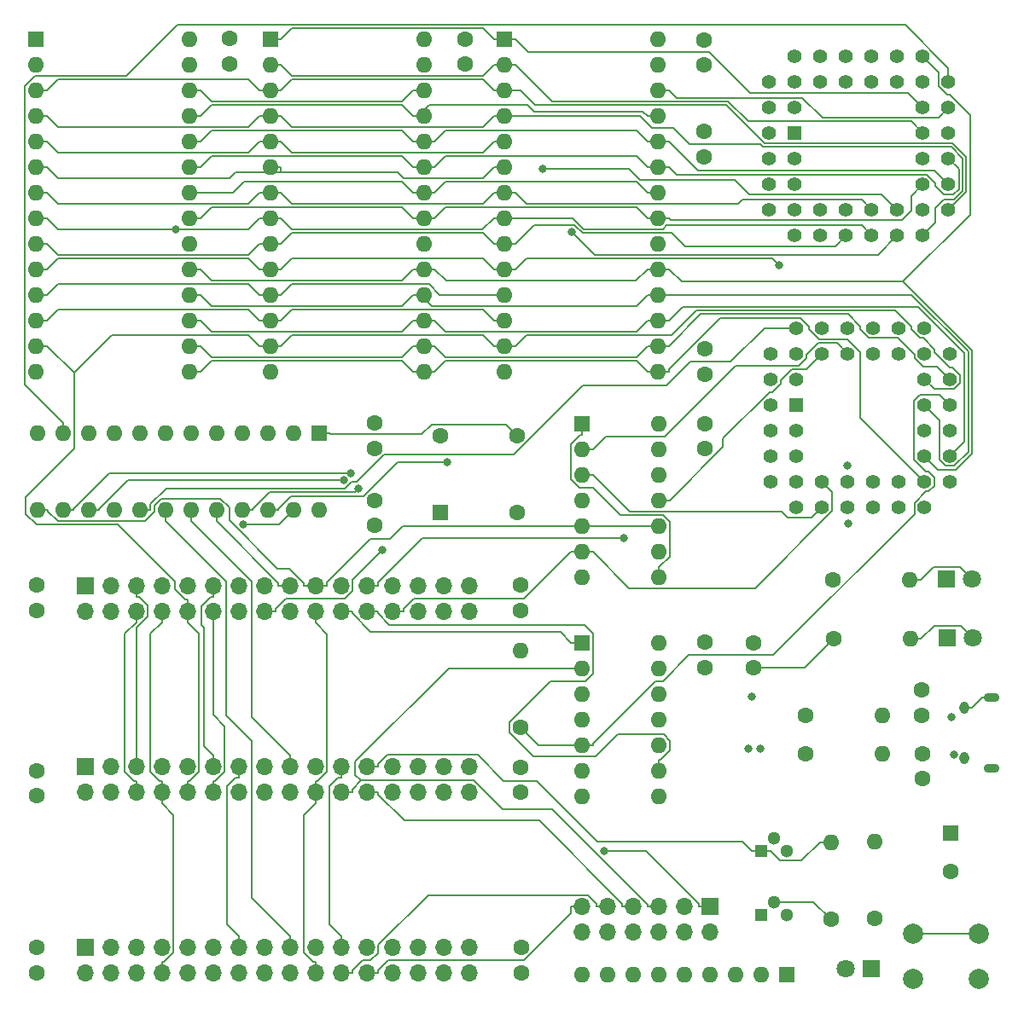
<source format=gbr>
%TF.GenerationSoftware,KiCad,Pcbnew,(5.1.9-0-10_14)*%
%TF.CreationDate,2021-09-07T13:10:11+02:00*%
%TF.ProjectId,n8 bit special,6e382062-6974-4207-9370-656369616c2e,2*%
%TF.SameCoordinates,Original*%
%TF.FileFunction,Copper,L4,Bot*%
%TF.FilePolarity,Positive*%
%FSLAX46Y46*%
G04 Gerber Fmt 4.6, Leading zero omitted, Abs format (unit mm)*
G04 Created by KiCad (PCBNEW (5.1.9-0-10_14)) date 2021-09-07 13:10:11*
%MOMM*%
%LPD*%
G01*
G04 APERTURE LIST*
%TA.AperFunction,ComponentPad*%
%ADD10C,1.600000*%
%TD*%
%TA.AperFunction,ComponentPad*%
%ADD11O,1.600000X1.600000*%
%TD*%
%TA.AperFunction,ComponentPad*%
%ADD12R,1.600000X1.600000*%
%TD*%
%TA.AperFunction,ComponentPad*%
%ADD13O,1.700000X1.700000*%
%TD*%
%TA.AperFunction,ComponentPad*%
%ADD14R,1.700000X1.700000*%
%TD*%
%TA.AperFunction,ComponentPad*%
%ADD15C,1.422400*%
%TD*%
%TA.AperFunction,ComponentPad*%
%ADD16R,1.422400X1.422400*%
%TD*%
%TA.AperFunction,ComponentPad*%
%ADD17C,1.800000*%
%TD*%
%TA.AperFunction,ComponentPad*%
%ADD18R,1.800000X1.800000*%
%TD*%
%TA.AperFunction,ComponentPad*%
%ADD19R,1.300000X1.300000*%
%TD*%
%TA.AperFunction,ComponentPad*%
%ADD20C,1.300000*%
%TD*%
%TA.AperFunction,ComponentPad*%
%ADD21O,1.550000X0.890000*%
%TD*%
%TA.AperFunction,ComponentPad*%
%ADD22O,0.950000X1.250000*%
%TD*%
%TA.AperFunction,ComponentPad*%
%ADD23C,2.000000*%
%TD*%
%TA.AperFunction,ViaPad*%
%ADD24C,0.800000*%
%TD*%
%TA.AperFunction,Conductor*%
%ADD25C,0.154000*%
%TD*%
G04 APERTURE END LIST*
D10*
%TO.P,C20,2*%
%TO.N,GND*%
X178562000Y-108003000D03*
%TO.P,C20,1*%
%TO.N,USB_D+*%
X178562000Y-110503000D03*
%TD*%
%TO.P,C19,2*%
%TO.N,GND*%
X178587000Y-116825000D03*
%TO.P,C19,1*%
%TO.N,USB_D-*%
X178587000Y-114325000D03*
%TD*%
%TO.P,C9,2*%
%TO.N,GND*%
X157048000Y-105789000D03*
%TO.P,C9,1*%
%TO.N,+5V*%
X157048000Y-103289000D03*
%TD*%
D11*
%TO.P,U10,14*%
%TO.N,+5V*%
X152451000Y-81559400D03*
%TO.P,U10,7*%
%TO.N,GND*%
X144831000Y-96799400D03*
%TO.P,U10,13*%
%TO.N,~RES*%
X152451000Y-84099400D03*
%TO.P,U10,6*%
%TO.N,~READ*%
X144831000Y-94259400D03*
%TO.P,U10,12*%
%TO.N,~RES*%
X152451000Y-86639400D03*
%TO.P,U10,5*%
%TO.N,R~W*%
X144831000Y-91719400D03*
%TO.P,U10,11*%
%TO.N,UART_RES*%
X152451000Y-89179400D03*
%TO.P,U10,4*%
%TO.N,CLK*%
X144831000Y-89179400D03*
%TO.P,U10,10*%
%TO.N,R~W*%
X152451000Y-91719400D03*
%TO.P,U10,3*%
%TO.N,~WRITE*%
X144831000Y-86639400D03*
%TO.P,U10,9*%
%TO.N,R~W*%
X152451000Y-94259400D03*
%TO.P,U10,2*%
%TO.N,CLK*%
X144831000Y-84099400D03*
%TO.P,U10,8*%
%TO.N,Net-(U10-Pad1)*%
X152451000Y-96799400D03*
D12*
%TO.P,U10,1*%
X144831000Y-81559400D03*
%TD*%
D11*
%TO.P,R2,2*%
%TO.N,+5V*%
X138735000Y-104059000D03*
D10*
%TO.P,R2,1*%
%TO.N,~UART_IRQ*%
X138735000Y-111679000D03*
%TD*%
D13*
%TO.P,J6,12*%
%TO.N,Net-(J6-Pad12)*%
X144869000Y-132029000D03*
%TO.P,J6,11*%
%TO.N,PORT2_NMI_PULLUP*%
X144869000Y-129489000D03*
%TO.P,J6,10*%
%TO.N,Net-(J6-Pad10)*%
X147409000Y-132029000D03*
%TO.P,J6,9*%
%TO.N,PORT2_IRQ_PULLUP*%
X147409000Y-129489000D03*
%TO.P,J6,8*%
%TO.N,Net-(J6-Pad8)*%
X149949000Y-132029000D03*
%TO.P,J6,7*%
%TO.N,PORT1_NMI_PULLUP*%
X149949000Y-129489000D03*
%TO.P,J6,6*%
%TO.N,Net-(J6-Pad6)*%
X152489000Y-132029000D03*
%TO.P,J6,5*%
%TO.N,PORT1_IRQ_PULLUP*%
X152489000Y-129489000D03*
%TO.P,J6,4*%
%TO.N,Net-(J6-Pad4)*%
X155029000Y-132029000D03*
%TO.P,J6,3*%
%TO.N,PORT0_NMI_PULLUP*%
X155029000Y-129489000D03*
%TO.P,J6,2*%
%TO.N,Net-(J6-Pad2)*%
X157569000Y-132029000D03*
D14*
%TO.P,J6,1*%
%TO.N,PORT0_IRQ_PULLUP*%
X157569000Y-129489000D03*
%TD*%
D15*
%TO.P,U8,39*%
%TO.N,~UART_CS*%
X166116000Y-72059800D03*
%TO.P,U8,37*%
%TO.N,Net-(U8-Pad37)*%
X168656000Y-72059800D03*
%TO.P,U8,35*%
%TO.N,RxD*%
X171196000Y-72059800D03*
%TO.P,U8,33*%
%TO.N,TxD*%
X173736000Y-72059800D03*
%TO.P,U8,31*%
%TO.N,Net-(U8-Pad31)*%
X176276000Y-72059800D03*
%TO.P,U8,40*%
%TO.N,Net-(U8-Pad40)*%
X163576000Y-74599800D03*
%TO.P,U8,38*%
%TO.N,UART_RES*%
X168656000Y-74599800D03*
%TO.P,U8,36*%
%TO.N,CLK*%
X171196000Y-74599800D03*
%TO.P,U8,34*%
%TO.N,Net-(U8-Pad34)*%
X173736000Y-74599800D03*
%TO.P,U8,32*%
%TO.N,~RTS*%
X176276000Y-74599800D03*
%TO.P,U8,30*%
%TO.N,Net-(U8-Pad30)*%
X178816000Y-74599800D03*
%TO.P,U8,28*%
%TO.N,/D0*%
X181356000Y-74599800D03*
%TO.P,U8,26*%
%TO.N,/D4*%
X181356000Y-77139800D03*
%TO.P,U8,24*%
%TO.N,~UART_IRQ*%
X181356000Y-79679800D03*
%TO.P,U8,22*%
%TO.N,GND*%
X181356000Y-82219800D03*
%TO.P,U8,20*%
%TO.N,/D5*%
X181356000Y-84759800D03*
%TO.P,U8,18*%
%TO.N,/D1*%
X181356000Y-87299800D03*
%TO.P,U8,29*%
%TO.N,Net-(U8-Pad29)*%
X178816000Y-72059800D03*
%TO.P,U8,27*%
%TO.N,/D2*%
X178816000Y-77139800D03*
%TO.P,U8,25*%
%TO.N,/D6*%
X178816000Y-79679800D03*
%TO.P,U8,23*%
%TO.N,Net-(U8-Pad23)*%
X178816000Y-82219800D03*
%TO.P,U8,21*%
%TO.N,/D7*%
X178816000Y-84759800D03*
%TO.P,U8,19*%
%TO.N,/D3*%
X178816000Y-87299800D03*
%TO.P,U8,17*%
%TO.N,Net-(U8-Pad17)*%
X178816000Y-89839800D03*
%TO.P,U8,15*%
%TO.N,Net-(U8-Pad15)*%
X176276000Y-89839800D03*
%TO.P,U8,13*%
%TO.N,Net-(U8-Pad13)*%
X173736000Y-89839800D03*
%TO.P,U8,11*%
%TO.N,Net-(U8-Pad11)*%
X171196000Y-89839800D03*
%TO.P,U8,9*%
%TO.N,~WRITE*%
X168656000Y-89839800D03*
%TO.P,U8,7*%
%TO.N,/A3*%
X166116000Y-89839800D03*
%TO.P,U8,16*%
%TO.N,Net-(U8-Pad16)*%
X176276000Y-87299800D03*
%TO.P,U8,14*%
%TO.N,Net-(U8-Pad14)*%
X173736000Y-87299800D03*
%TO.P,U8,12*%
%TO.N,+5V*%
X171196000Y-87299800D03*
%TO.P,U8,10*%
%TO.N,~READ*%
X168656000Y-87299800D03*
%TO.P,U8,8*%
%TO.N,~CTS*%
X166116000Y-87299800D03*
%TO.P,U8,42*%
%TO.N,Net-(U8-Pad42)*%
X163576000Y-77139800D03*
%TO.P,U8,44*%
%TO.N,+5V*%
X163576000Y-79679800D03*
%TO.P,U8,6*%
%TO.N,/A2*%
X163576000Y-87299800D03*
%TO.P,U8,4*%
%TO.N,/A1*%
X163576000Y-84759800D03*
%TO.P,U8,2*%
%TO.N,/A0*%
X163576000Y-82219800D03*
%TO.P,U8,41*%
%TO.N,Net-(U8-Pad41)*%
X166116000Y-74599800D03*
%TO.P,U8,43*%
%TO.N,Net-(U8-Pad43)*%
X166116000Y-77139800D03*
%TO.P,U8,5*%
%TO.N,Net-(U8-Pad5)*%
X166116000Y-84759800D03*
%TO.P,U8,3*%
%TO.N,Net-(U8-Pad3)*%
X166116000Y-82219800D03*
D16*
%TO.P,U8,1*%
%TO.N,Net-(U8-Pad1)*%
X166116000Y-79679800D03*
%TD*%
D11*
%TO.P,R8,2*%
%TO.N,USB_D+*%
X174612000Y-110503000D03*
D10*
%TO.P,R8,1*%
%TO.N,/F_USB_D+*%
X166992000Y-110503000D03*
%TD*%
D11*
%TO.P,R7,2*%
%TO.N,USB_D-*%
X174625000Y-114325000D03*
D10*
%TO.P,R7,1*%
%TO.N,/F_USB_D-*%
X167005000Y-114325000D03*
%TD*%
D11*
%TO.P,R6,2*%
%TO.N,Net-(D3-Pad2)*%
X177399000Y-97038200D03*
D10*
%TO.P,R6,1*%
%TO.N,+3V3*%
X169779000Y-97038200D03*
%TD*%
D11*
%TO.P,R5,2*%
%TO.N,Net-(D2-Pad2)*%
X177409000Y-102941000D03*
D10*
%TO.P,R5,1*%
%TO.N,+3V3*%
X169789000Y-102941000D03*
%TD*%
D17*
%TO.P,D3,2*%
%TO.N,Net-(D3-Pad2)*%
X183566000Y-96977200D03*
D18*
%TO.P,D3,1*%
%TO.N,Net-(D3-Pad1)*%
X181026000Y-96977200D03*
%TD*%
D17*
%TO.P,D2,2*%
%TO.N,Net-(D2-Pad2)*%
X183592000Y-102819000D03*
D18*
%TO.P,D2,1*%
%TO.N,Net-(D2-Pad1)*%
X181052000Y-102819000D03*
%TD*%
D10*
%TO.P,C18,2*%
%TO.N,GND*%
X161844000Y-103327000D03*
%TO.P,C18,1*%
%TO.N,+3V3*%
X161844000Y-105827000D03*
%TD*%
%TO.P,C17,2*%
%TO.N,GND*%
X157036000Y-74157200D03*
%TO.P,C17,1*%
%TO.N,+5V*%
X157036000Y-76657200D03*
%TD*%
D15*
%TO.P,U1,39*%
%TO.N,Net-(U1-Pad39)*%
X165964000Y-45110400D03*
%TO.P,U1,37*%
%TO.N,+5V*%
X168504000Y-45110400D03*
%TO.P,U1,35*%
%TO.N,/D1*%
X171044000Y-45110400D03*
%TO.P,U1,33*%
%TO.N,/D3*%
X173584000Y-45110400D03*
%TO.P,U1,31*%
%TO.N,/D5*%
X176124000Y-45110400D03*
%TO.P,U1,40*%
%TO.N,BE_PULLUP*%
X163424000Y-47650400D03*
%TO.P,U1,38*%
%TO.N,R~W*%
X168504000Y-47650400D03*
%TO.P,U1,36*%
%TO.N,/D0*%
X171044000Y-47650400D03*
%TO.P,U1,34*%
%TO.N,/D2*%
X173584000Y-47650400D03*
%TO.P,U1,32*%
%TO.N,/D4*%
X176124000Y-47650400D03*
%TO.P,U1,30*%
%TO.N,/D6*%
X178664000Y-47650400D03*
%TO.P,U1,28*%
%TO.N,/A15*%
X181204000Y-47650400D03*
%TO.P,U1,26*%
%TO.N,/A13*%
X181204000Y-50190400D03*
%TO.P,U1,24*%
%TO.N,GND*%
X181204000Y-52730400D03*
%TO.P,U1,22*%
%TO.N,/A11*%
X181204000Y-55270400D03*
%TO.P,U1,20*%
%TO.N,/A9*%
X181204000Y-57810400D03*
%TO.P,U1,18*%
%TO.N,/A7*%
X181204000Y-60350400D03*
%TO.P,U1,29*%
%TO.N,/D7*%
X178664000Y-45110400D03*
%TO.P,U1,27*%
%TO.N,/A14*%
X178664000Y-50190400D03*
%TO.P,U1,25*%
%TO.N,/A12*%
X178664000Y-52730400D03*
%TO.P,U1,23*%
%TO.N,GND*%
X178664000Y-55270400D03*
%TO.P,U1,21*%
%TO.N,/A10*%
X178664000Y-57810400D03*
%TO.P,U1,19*%
%TO.N,/A8*%
X178664000Y-60350400D03*
%TO.P,U1,17*%
%TO.N,/A6*%
X178664000Y-62890400D03*
%TO.P,U1,15*%
%TO.N,/A4*%
X176124000Y-62890400D03*
%TO.P,U1,13*%
%TO.N,/A2*%
X173584000Y-62890400D03*
%TO.P,U1,11*%
%TO.N,/A1*%
X171044000Y-62890400D03*
%TO.P,U1,9*%
%TO.N,+5V*%
X168504000Y-62890400D03*
%TO.P,U1,7*%
%TO.N,~NMI*%
X165964000Y-62890400D03*
%TO.P,U1,16*%
%TO.N,/A5*%
X176124000Y-60350400D03*
%TO.P,U1,14*%
%TO.N,/A3*%
X173584000Y-60350400D03*
%TO.P,U1,12*%
%TO.N,Net-(U1-Pad12)*%
X171044000Y-60350400D03*
%TO.P,U1,10*%
%TO.N,/A0*%
X168504000Y-60350400D03*
%TO.P,U1,8*%
%TO.N,Net-(U1-Pad8)*%
X165964000Y-60350400D03*
%TO.P,U1,42*%
%TO.N,+5V*%
X163424000Y-50190400D03*
%TO.P,U1,44*%
%TO.N,~RES*%
X163424000Y-52730400D03*
%TO.P,U1,6*%
%TO.N,Net-(U1-Pad6)*%
X163424000Y-60350400D03*
%TO.P,U1,4*%
%TO.N,Net-(U1-Pad4)*%
X163424000Y-57810400D03*
%TO.P,U1,2*%
%TO.N,Net-(U1-Pad2)*%
X163424000Y-55270400D03*
%TO.P,U1,41*%
%TO.N,CLK*%
X165964000Y-47650400D03*
%TO.P,U1,43*%
%TO.N,Net-(U1-Pad43)*%
X165964000Y-50190400D03*
%TO.P,U1,5*%
%TO.N,~IRQ*%
X165964000Y-57810400D03*
%TO.P,U1,3*%
%TO.N,RDY_PULLUP*%
X165964000Y-55270400D03*
D16*
%TO.P,U1,1*%
%TO.N,GND*%
X165964000Y-52730400D03*
%TD*%
D19*
%TO.P,Q1,1*%
%TO.N,Net-(D1-Pad2)*%
X162611000Y-130315000D03*
D20*
%TO.P,Q1,3*%
%TO.N,+5V*%
X165151000Y-130315000D03*
%TO.P,Q1,2*%
%TO.N,Net-(Q1-Pad2)*%
X163881000Y-129045000D03*
%TD*%
D11*
%TO.P,R4,2*%
%TO.N,~RES*%
X169532000Y-123126000D03*
D10*
%TO.P,R4,1*%
%TO.N,Net-(Q1-Pad2)*%
X169532000Y-130746000D03*
%TD*%
%TO.P,C16,2*%
%TO.N,+5V*%
X124244000Y-81497800D03*
%TO.P,C16,1*%
%TO.N,GND*%
X124244000Y-83997800D03*
%TD*%
%TO.P,X1,4*%
%TO.N,GND*%
X138405000Y-90373200D03*
%TO.P,X1,5*%
%TO.N,CLK*%
X138405000Y-82753200D03*
%TO.P,X1,8*%
%TO.N,+5V*%
X130785000Y-82753200D03*
D12*
%TO.P,X1,1*%
%TO.N,Net-(X1-Pad1)*%
X130785000Y-90373200D03*
%TD*%
D21*
%TO.P,J1,6*%
%TO.N,Net-(J1-Pad6)*%
X185513000Y-108742000D03*
X185513000Y-115742000D03*
D22*
X182813000Y-109742000D03*
X182813000Y-114742000D03*
%TD*%
D10*
%TO.P,C2,2*%
%TO.N,GND*%
X181381400Y-126050200D03*
D12*
%TO.P,C2,1*%
%TO.N,+5V*%
X181381400Y-122250200D03*
%TD*%
D10*
%TO.P,C1,1*%
%TO.N,GND*%
X157036000Y-84048600D03*
%TO.P,C1,2*%
%TO.N,+5V*%
X157036000Y-81548600D03*
%TD*%
%TO.P,C3,2*%
%TO.N,+5V*%
X90723700Y-133563000D03*
%TO.P,C3,1*%
%TO.N,GND*%
X90723700Y-136063000D03*
%TD*%
%TO.P,C4,2*%
%TO.N,GND*%
X138803000Y-133568000D03*
%TO.P,C4,1*%
%TO.N,+5V*%
X138803000Y-136068000D03*
%TD*%
%TO.P,C7,2*%
%TO.N,+5V*%
X90723700Y-116016000D03*
%TO.P,C7,1*%
%TO.N,GND*%
X90723700Y-118516000D03*
%TD*%
%TO.P,C8,1*%
%TO.N,+5V*%
X138770000Y-118161000D03*
%TO.P,C8,2*%
%TO.N,GND*%
X138770000Y-115661000D03*
%TD*%
%TO.P,C5,2*%
%TO.N,+5V*%
X90723700Y-97601000D03*
%TO.P,C5,1*%
%TO.N,GND*%
X90723700Y-100101000D03*
%TD*%
%TO.P,C6,1*%
%TO.N,+5V*%
X138719000Y-100101000D03*
%TO.P,C6,2*%
%TO.N,GND*%
X138719000Y-97601000D03*
%TD*%
%TO.P,C11,2*%
%TO.N,GND*%
X156972000Y-52541800D03*
%TO.P,C11,1*%
%TO.N,+5V*%
X156972000Y-55041800D03*
%TD*%
%TO.P,C12,1*%
%TO.N,+5V*%
X156947000Y-43459400D03*
%TO.P,C12,2*%
%TO.N,GND*%
X156947000Y-45959400D03*
%TD*%
%TO.P,C13,1*%
%TO.N,+5V*%
X133223000Y-43370500D03*
%TO.P,C13,2*%
%TO.N,GND*%
X133223000Y-45870500D03*
%TD*%
%TO.P,C14,1*%
%TO.N,+5V*%
X109918000Y-43307000D03*
%TO.P,C14,2*%
%TO.N,GND*%
X109918000Y-45807000D03*
%TD*%
D18*
%TO.P,D1,1*%
%TO.N,Net-(D1-Pad1)*%
X173533000Y-135712000D03*
D17*
%TO.P,D1,2*%
%TO.N,Net-(D1-Pad2)*%
X170993000Y-135712000D03*
%TD*%
D14*
%TO.P,J2,1*%
%TO.N,+5V*%
X95539600Y-97637600D03*
D13*
%TO.P,J2,2*%
X95539600Y-100177600D03*
%TO.P,J2,3*%
%TO.N,GND*%
X98079600Y-97637600D03*
%TO.P,J2,4*%
X98079600Y-100177600D03*
%TO.P,J2,5*%
%TO.N,/A0*%
X100619600Y-97637600D03*
%TO.P,J2,6*%
%TO.N,/D0*%
X100619600Y-100177600D03*
%TO.P,J2,7*%
%TO.N,/A1*%
X103159600Y-97637600D03*
%TO.P,J2,8*%
%TO.N,/D1*%
X103159600Y-100177600D03*
%TO.P,J2,9*%
%TO.N,/A2*%
X105699600Y-97637600D03*
%TO.P,J2,10*%
%TO.N,/D2*%
X105699600Y-100177600D03*
%TO.P,J2,11*%
%TO.N,/A3*%
X108239600Y-97637600D03*
%TO.P,J2,12*%
%TO.N,/D3*%
X108239600Y-100177600D03*
%TO.P,J2,13*%
%TO.N,/A4*%
X110779600Y-97637600D03*
%TO.P,J2,14*%
%TO.N,/D4*%
X110779600Y-100177600D03*
%TO.P,J2,15*%
%TO.N,/A5*%
X113319600Y-97637600D03*
%TO.P,J2,16*%
%TO.N,/D5*%
X113319600Y-100177600D03*
%TO.P,J2,17*%
%TO.N,~PORT0_CS*%
X115859600Y-97637600D03*
%TO.P,J2,18*%
%TO.N,/D6*%
X115859600Y-100177600D03*
%TO.P,J2,19*%
%TO.N,R~W*%
X118399600Y-97637600D03*
%TO.P,J2,20*%
%TO.N,/D7*%
X118399600Y-100177600D03*
%TO.P,J2,21*%
%TO.N,CLK*%
X120939600Y-97637600D03*
%TO.P,J2,22*%
%TO.N,PORT0_IRQ_PULLUP*%
X120939600Y-100177600D03*
%TO.P,J2,23*%
%TO.N,~RES*%
X123479600Y-97637600D03*
%TO.P,J2,24*%
%TO.N,PORT0_NMI_PULLUP*%
X123479600Y-100177600D03*
%TO.P,J2,25*%
%TO.N,FUTURE0*%
X126019600Y-97637600D03*
%TO.P,J2,26*%
%TO.N,~READ*%
X126019600Y-100177600D03*
%TO.P,J2,27*%
%TO.N,FUTURE1*%
X128559600Y-97637600D03*
%TO.P,J2,28*%
%TO.N,~WRITE*%
X128559600Y-100177600D03*
%TO.P,J2,29*%
%TO.N,+5V*%
X131099600Y-97637600D03*
%TO.P,J2,30*%
X131099600Y-100177600D03*
%TO.P,J2,31*%
%TO.N,GND*%
X133639600Y-97637600D03*
%TO.P,J2,32*%
X133639600Y-100177600D03*
%TD*%
D14*
%TO.P,J3,1*%
%TO.N,+5V*%
X95541800Y-133560000D03*
D13*
%TO.P,J3,2*%
X95541800Y-136100000D03*
%TO.P,J3,3*%
%TO.N,GND*%
X98081800Y-133560000D03*
%TO.P,J3,4*%
X98081800Y-136100000D03*
%TO.P,J3,5*%
%TO.N,/A0*%
X100621800Y-133560000D03*
%TO.P,J3,6*%
%TO.N,/D0*%
X100621800Y-136100000D03*
%TO.P,J3,7*%
%TO.N,/A1*%
X103161800Y-133560000D03*
%TO.P,J3,8*%
%TO.N,/D1*%
X103161800Y-136100000D03*
%TO.P,J3,9*%
%TO.N,/A2*%
X105701800Y-133560000D03*
%TO.P,J3,10*%
%TO.N,/D2*%
X105701800Y-136100000D03*
%TO.P,J3,11*%
%TO.N,/A3*%
X108241800Y-133560000D03*
%TO.P,J3,12*%
%TO.N,/D3*%
X108241800Y-136100000D03*
%TO.P,J3,13*%
%TO.N,/A4*%
X110781800Y-133560000D03*
%TO.P,J3,14*%
%TO.N,/D4*%
X110781800Y-136100000D03*
%TO.P,J3,15*%
%TO.N,/A5*%
X113321800Y-133560000D03*
%TO.P,J3,16*%
%TO.N,/D5*%
X113321800Y-136100000D03*
%TO.P,J3,17*%
%TO.N,~PORT2_CS*%
X115861800Y-133560000D03*
%TO.P,J3,18*%
%TO.N,/D6*%
X115861800Y-136100000D03*
%TO.P,J3,19*%
%TO.N,R~W*%
X118401800Y-133560000D03*
%TO.P,J3,20*%
%TO.N,/D7*%
X118401800Y-136100000D03*
%TO.P,J3,21*%
%TO.N,CLK*%
X120941800Y-133560000D03*
%TO.P,J3,22*%
%TO.N,PORT2_IRQ_PULLUP*%
X120941800Y-136100000D03*
%TO.P,J3,23*%
%TO.N,~RES*%
X123481800Y-133560000D03*
%TO.P,J3,24*%
%TO.N,PORT2_NMI_PULLUP*%
X123481800Y-136100000D03*
%TO.P,J3,25*%
%TO.N,FUTURE0*%
X126021800Y-133560000D03*
%TO.P,J3,26*%
%TO.N,~READ*%
X126021800Y-136100000D03*
%TO.P,J3,27*%
%TO.N,FUTURE1*%
X128561800Y-133560000D03*
%TO.P,J3,28*%
%TO.N,~WRITE*%
X128561800Y-136100000D03*
%TO.P,J3,29*%
%TO.N,+5V*%
X131101800Y-133560000D03*
%TO.P,J3,30*%
X131101800Y-136100000D03*
%TO.P,J3,31*%
%TO.N,GND*%
X133641800Y-133560000D03*
%TO.P,J3,32*%
X133641800Y-136100000D03*
%TD*%
%TO.P,J4,32*%
%TO.N,GND*%
X133639600Y-118143000D03*
%TO.P,J4,31*%
X133639600Y-115603000D03*
%TO.P,J4,30*%
%TO.N,+5V*%
X131099600Y-118143000D03*
%TO.P,J4,29*%
X131099600Y-115603000D03*
%TO.P,J4,28*%
%TO.N,~WRITE*%
X128559600Y-118143000D03*
%TO.P,J4,27*%
%TO.N,FUTURE1*%
X128559600Y-115603000D03*
%TO.P,J4,26*%
%TO.N,~READ*%
X126019600Y-118143000D03*
%TO.P,J4,25*%
%TO.N,FUTURE0*%
X126019600Y-115603000D03*
%TO.P,J4,24*%
%TO.N,PORT1_NMI_PULLUP*%
X123479600Y-118143000D03*
%TO.P,J4,23*%
%TO.N,~RES*%
X123479600Y-115603000D03*
%TO.P,J4,22*%
%TO.N,PORT1_IRQ_PULLUP*%
X120939600Y-118143000D03*
%TO.P,J4,21*%
%TO.N,CLK*%
X120939600Y-115603000D03*
%TO.P,J4,20*%
%TO.N,/D7*%
X118399600Y-118143000D03*
%TO.P,J4,19*%
%TO.N,R~W*%
X118399600Y-115603000D03*
%TO.P,J4,18*%
%TO.N,/D6*%
X115859600Y-118143000D03*
%TO.P,J4,17*%
%TO.N,~PORT1_CS*%
X115859600Y-115603000D03*
%TO.P,J4,16*%
%TO.N,/D5*%
X113319600Y-118143000D03*
%TO.P,J4,15*%
%TO.N,/A5*%
X113319600Y-115603000D03*
%TO.P,J4,14*%
%TO.N,/D4*%
X110779600Y-118143000D03*
%TO.P,J4,13*%
%TO.N,/A4*%
X110779600Y-115603000D03*
%TO.P,J4,12*%
%TO.N,/D3*%
X108239600Y-118143000D03*
%TO.P,J4,11*%
%TO.N,/A3*%
X108239600Y-115603000D03*
%TO.P,J4,10*%
%TO.N,/D2*%
X105699600Y-118143000D03*
%TO.P,J4,9*%
%TO.N,/A2*%
X105699600Y-115603000D03*
%TO.P,J4,8*%
%TO.N,/D1*%
X103159600Y-118143000D03*
%TO.P,J4,7*%
%TO.N,/A1*%
X103159600Y-115603000D03*
%TO.P,J4,6*%
%TO.N,/D0*%
X100619600Y-118143000D03*
%TO.P,J4,5*%
%TO.N,/A0*%
X100619600Y-115603000D03*
%TO.P,J4,4*%
%TO.N,GND*%
X98079600Y-118143000D03*
%TO.P,J4,3*%
X98079600Y-115603000D03*
%TO.P,J4,2*%
%TO.N,+5V*%
X95539600Y-118143000D03*
D14*
%TO.P,J4,1*%
X95539600Y-115603000D03*
%TD*%
D10*
%TO.P,R1,1*%
%TO.N,Net-(D1-Pad1)*%
X173888000Y-130696000D03*
D11*
%TO.P,R1,2*%
%TO.N,GND*%
X173888000Y-123076000D03*
%TD*%
D12*
%TO.P,RN1,1*%
%TO.N,+5V*%
X165176000Y-136233000D03*
D11*
%TO.P,RN1,2*%
%TO.N,RDY_PULLUP*%
X162636000Y-136233000D03*
%TO.P,RN1,3*%
%TO.N,BE_PULLUP*%
X160096000Y-136233000D03*
%TO.P,RN1,4*%
%TO.N,Net-(J6-Pad2)*%
X157556000Y-136233000D03*
%TO.P,RN1,5*%
%TO.N,Net-(J6-Pad4)*%
X155016000Y-136233000D03*
%TO.P,RN1,6*%
%TO.N,Net-(J6-Pad6)*%
X152476000Y-136233000D03*
%TO.P,RN1,7*%
%TO.N,Net-(J6-Pad8)*%
X149936000Y-136233000D03*
%TO.P,RN1,8*%
%TO.N,Net-(J6-Pad10)*%
X147396000Y-136233000D03*
%TO.P,RN1,9*%
%TO.N,Net-(J6-Pad12)*%
X144856000Y-136233000D03*
%TD*%
D20*
%TO.P,U7,2*%
%TO.N,+5V*%
X163881000Y-122758000D03*
%TO.P,U7,3*%
%TO.N,GND*%
X165151000Y-124028000D03*
D19*
%TO.P,U7,1*%
%TO.N,~RES*%
X162611000Y-124028000D03*
%TD*%
D12*
%TO.P,U6,1*%
%TO.N,CLK*%
X118745000Y-82537300D03*
D11*
%TO.P,U6,13*%
%TO.N,R~W*%
X90805000Y-90157300D03*
%TO.P,U6,2*%
%TO.N,/A6*%
X116205000Y-82537300D03*
%TO.P,U6,14*%
%TO.N,FUTURE1*%
X93345000Y-90157300D03*
%TO.P,U6,3*%
%TO.N,/A7*%
X113665000Y-82537300D03*
%TO.P,U6,15*%
%TO.N,FUTURE0*%
X95885000Y-90157300D03*
%TO.P,U6,4*%
%TO.N,/A8*%
X111125000Y-82537300D03*
%TO.P,U6,16*%
%TO.N,Net-(U6-Pad16)*%
X98425000Y-90157300D03*
%TO.P,U6,5*%
%TO.N,/A9*%
X108585000Y-82537300D03*
%TO.P,U6,17*%
%TO.N,~UART_CS*%
X100965000Y-90157300D03*
%TO.P,U6,6*%
%TO.N,/A10*%
X106045000Y-82537300D03*
%TO.P,U6,18*%
%TO.N,~PORT2_CS*%
X103505000Y-90157300D03*
%TO.P,U6,7*%
%TO.N,/A11*%
X103505000Y-82537300D03*
%TO.P,U6,19*%
%TO.N,~PORT1_CS*%
X106045000Y-90157300D03*
%TO.P,U6,8*%
%TO.N,/A12*%
X100965000Y-82537300D03*
%TO.P,U6,20*%
%TO.N,~PORT0_CS*%
X108585000Y-90157300D03*
%TO.P,U6,9*%
%TO.N,/A13*%
X98425000Y-82537300D03*
%TO.P,U6,21*%
%TO.N,~RAM2_CS*%
X111125000Y-90157300D03*
%TO.P,U6,10*%
%TO.N,/A14*%
X95885000Y-82537300D03*
%TO.P,U6,22*%
%TO.N,~RAM1_CS*%
X113665000Y-90157300D03*
%TO.P,U6,11*%
%TO.N,/A15*%
X93345000Y-82537300D03*
%TO.P,U6,23*%
%TO.N,~ROM_CS*%
X116205000Y-90157300D03*
%TO.P,U6,12*%
%TO.N,GND*%
X90805000Y-82537300D03*
%TO.P,U6,24*%
%TO.N,+5V*%
X118745000Y-90157300D03*
%TD*%
D10*
%TO.P,C15,1*%
%TO.N,GND*%
X124282000Y-89179400D03*
%TO.P,C15,2*%
%TO.N,+5V*%
X124282000Y-91679400D03*
%TD*%
D23*
%TO.P,SW1,2*%
%TO.N,GND*%
X177736000Y-136682000D03*
%TO.P,SW1,1*%
%TO.N,~RES*%
X177736000Y-132182000D03*
%TO.P,SW1,2*%
%TO.N,GND*%
X184236000Y-136682000D03*
%TO.P,SW1,1*%
%TO.N,~RES*%
X184236000Y-132182000D03*
%TD*%
D12*
%TO.P,U2,1*%
%TO.N,/A14*%
X137160000Y-43370500D03*
D11*
%TO.P,U2,15*%
%TO.N,/D3*%
X152400000Y-76390500D03*
%TO.P,U2,2*%
%TO.N,/A12*%
X137160000Y-45910500D03*
%TO.P,U2,16*%
%TO.N,/D4*%
X152400000Y-73850500D03*
%TO.P,U2,3*%
%TO.N,/A7*%
X137160000Y-48450500D03*
%TO.P,U2,17*%
%TO.N,/D5*%
X152400000Y-71310500D03*
%TO.P,U2,4*%
%TO.N,/A6*%
X137160000Y-50990500D03*
%TO.P,U2,18*%
%TO.N,/D6*%
X152400000Y-68770500D03*
%TO.P,U2,5*%
%TO.N,/A5*%
X137160000Y-53530500D03*
%TO.P,U2,19*%
%TO.N,/D7*%
X152400000Y-66230500D03*
%TO.P,U2,6*%
%TO.N,/A4*%
X137160000Y-56070500D03*
%TO.P,U2,20*%
%TO.N,~RAM1_CS*%
X152400000Y-63690500D03*
%TO.P,U2,7*%
%TO.N,/A3*%
X137160000Y-58610500D03*
%TO.P,U2,21*%
%TO.N,/A10*%
X152400000Y-61150500D03*
%TO.P,U2,8*%
%TO.N,/A2*%
X137160000Y-61150500D03*
%TO.P,U2,22*%
%TO.N,~READ*%
X152400000Y-58610500D03*
%TO.P,U2,9*%
%TO.N,/A1*%
X137160000Y-63690500D03*
%TO.P,U2,23*%
%TO.N,/A11*%
X152400000Y-56070500D03*
%TO.P,U2,10*%
%TO.N,/A0*%
X137160000Y-66230500D03*
%TO.P,U2,24*%
%TO.N,/A9*%
X152400000Y-53530500D03*
%TO.P,U2,11*%
%TO.N,/D0*%
X137160000Y-68770500D03*
%TO.P,U2,25*%
%TO.N,/A8*%
X152400000Y-50990500D03*
%TO.P,U2,12*%
%TO.N,/D1*%
X137160000Y-71310500D03*
%TO.P,U2,26*%
%TO.N,/A13*%
X152400000Y-48450500D03*
%TO.P,U2,13*%
%TO.N,/D2*%
X137160000Y-73850500D03*
%TO.P,U2,27*%
%TO.N,~WRITE*%
X152400000Y-45910500D03*
%TO.P,U2,14*%
%TO.N,GND*%
X137160000Y-76390500D03*
%TO.P,U2,28*%
%TO.N,+5V*%
X152400000Y-43370500D03*
%TD*%
D12*
%TO.P,U3,1*%
%TO.N,/A14*%
X113919000Y-43370500D03*
D11*
%TO.P,U3,15*%
%TO.N,/D3*%
X129159000Y-76390500D03*
%TO.P,U3,2*%
%TO.N,/A12*%
X113919000Y-45910500D03*
%TO.P,U3,16*%
%TO.N,/D4*%
X129159000Y-73850500D03*
%TO.P,U3,3*%
%TO.N,/A7*%
X113919000Y-48450500D03*
%TO.P,U3,17*%
%TO.N,/D5*%
X129159000Y-71310500D03*
%TO.P,U3,4*%
%TO.N,/A6*%
X113919000Y-50990500D03*
%TO.P,U3,18*%
%TO.N,/D6*%
X129159000Y-68770500D03*
%TO.P,U3,5*%
%TO.N,/A5*%
X113919000Y-53530500D03*
%TO.P,U3,19*%
%TO.N,/D7*%
X129159000Y-66230500D03*
%TO.P,U3,6*%
%TO.N,/A4*%
X113919000Y-56070500D03*
%TO.P,U3,20*%
%TO.N,~RAM2_CS*%
X129159000Y-63690500D03*
%TO.P,U3,7*%
%TO.N,/A3*%
X113919000Y-58610500D03*
%TO.P,U3,21*%
%TO.N,/A10*%
X129159000Y-61150500D03*
%TO.P,U3,8*%
%TO.N,/A2*%
X113919000Y-61150500D03*
%TO.P,U3,22*%
%TO.N,~READ*%
X129159000Y-58610500D03*
%TO.P,U3,9*%
%TO.N,/A1*%
X113919000Y-63690500D03*
%TO.P,U3,23*%
%TO.N,/A11*%
X129159000Y-56070500D03*
%TO.P,U3,10*%
%TO.N,/A0*%
X113919000Y-66230500D03*
%TO.P,U3,24*%
%TO.N,/A9*%
X129159000Y-53530500D03*
%TO.P,U3,11*%
%TO.N,/D0*%
X113919000Y-68770500D03*
%TO.P,U3,25*%
%TO.N,/A8*%
X129159000Y-50990500D03*
%TO.P,U3,12*%
%TO.N,/D1*%
X113919000Y-71310500D03*
%TO.P,U3,26*%
%TO.N,/A13*%
X129159000Y-48450500D03*
%TO.P,U3,13*%
%TO.N,/D2*%
X113919000Y-73850500D03*
%TO.P,U3,27*%
%TO.N,~WRITE*%
X129159000Y-45910500D03*
%TO.P,U3,14*%
%TO.N,GND*%
X113919000Y-76390500D03*
%TO.P,U3,28*%
%TO.N,+5V*%
X129159000Y-43370500D03*
%TD*%
%TO.P,U4,28*%
%TO.N,+5V*%
X105918000Y-43370500D03*
%TO.P,U4,14*%
%TO.N,GND*%
X90678000Y-76390500D03*
%TO.P,U4,27*%
%TO.N,+5V*%
X105918000Y-45910500D03*
%TO.P,U4,13*%
%TO.N,/D2*%
X90678000Y-73850500D03*
%TO.P,U4,26*%
%TO.N,/A13*%
X105918000Y-48450500D03*
%TO.P,U4,12*%
%TO.N,/D1*%
X90678000Y-71310500D03*
%TO.P,U4,25*%
%TO.N,/A8*%
X105918000Y-50990500D03*
%TO.P,U4,11*%
%TO.N,/D0*%
X90678000Y-68770500D03*
%TO.P,U4,24*%
%TO.N,/A9*%
X105918000Y-53530500D03*
%TO.P,U4,10*%
%TO.N,/A0*%
X90678000Y-66230500D03*
%TO.P,U4,23*%
%TO.N,/A11*%
X105918000Y-56070500D03*
%TO.P,U4,9*%
%TO.N,/A1*%
X90678000Y-63690500D03*
%TO.P,U4,22*%
%TO.N,~READ*%
X105918000Y-58610500D03*
%TO.P,U4,8*%
%TO.N,/A2*%
X90678000Y-61150500D03*
%TO.P,U4,21*%
%TO.N,/A10*%
X105918000Y-61150500D03*
%TO.P,U4,7*%
%TO.N,/A3*%
X90678000Y-58610500D03*
%TO.P,U4,20*%
%TO.N,~ROM_CS*%
X105918000Y-63690500D03*
%TO.P,U4,6*%
%TO.N,/A4*%
X90678000Y-56070500D03*
%TO.P,U4,19*%
%TO.N,/D7*%
X105918000Y-66230500D03*
%TO.P,U4,5*%
%TO.N,/A5*%
X90678000Y-53530500D03*
%TO.P,U4,18*%
%TO.N,/D6*%
X105918000Y-68770500D03*
%TO.P,U4,4*%
%TO.N,/A6*%
X90678000Y-50990500D03*
%TO.P,U4,17*%
%TO.N,/D5*%
X105918000Y-71310500D03*
%TO.P,U4,3*%
%TO.N,/A7*%
X90678000Y-48450500D03*
%TO.P,U4,16*%
%TO.N,/D4*%
X105918000Y-73850500D03*
%TO.P,U4,2*%
%TO.N,/A12*%
X90678000Y-45910500D03*
%TO.P,U4,15*%
%TO.N,/D3*%
X105918000Y-76390500D03*
D12*
%TO.P,U4,1*%
%TO.N,/A14*%
X90678000Y-43370500D03*
%TD*%
%TO.P,U5,1*%
%TO.N,PORT0_IRQ_PULLUP*%
X144856000Y-103314000D03*
D11*
%TO.P,U5,8*%
%TO.N,~NMI*%
X152476000Y-118554000D03*
%TO.P,U5,2*%
%TO.N,PORT1_IRQ_PULLUP*%
X144856000Y-105854000D03*
%TO.P,U5,9*%
%TO.N,PORT0_NMI_PULLUP*%
X152476000Y-116014000D03*
%TO.P,U5,3*%
%TO.N,N/C*%
X144856000Y-108394000D03*
%TO.P,U5,10*%
%TO.N,PORT1_NMI_PULLUP*%
X152476000Y-113474000D03*
%TO.P,U5,4*%
%TO.N,PORT2_IRQ_PULLUP*%
X144856000Y-110934000D03*
%TO.P,U5,11*%
%TO.N,N/C*%
X152476000Y-110934000D03*
%TO.P,U5,5*%
%TO.N,~UART_IRQ*%
X144856000Y-113474000D03*
%TO.P,U5,12*%
%TO.N,PORT2_NMI_PULLUP*%
X152476000Y-108394000D03*
%TO.P,U5,6*%
%TO.N,~IRQ*%
X144856000Y-116014000D03*
%TO.P,U5,13*%
%TO.N,+5V*%
X152476000Y-105854000D03*
%TO.P,U5,7*%
%TO.N,GND*%
X144856000Y-118554000D03*
%TO.P,U5,14*%
%TO.N,+5V*%
X152476000Y-103314000D03*
%TD*%
D24*
%TO.N,GND*%
X181512000Y-110717500D03*
X161728000Y-108660700D03*
X162523600Y-113854900D03*
%TO.N,+5V*%
X161391500Y-113866000D03*
X181735900Y-114429400D03*
X171221400Y-91465400D03*
X171170600Y-85725000D03*
%TO.N,~RES*%
X149008600Y-92954700D03*
%TO.N,/A0*%
X164413600Y-65804900D03*
%TO.N,/A2*%
X104574800Y-62254000D03*
%TO.N,/A4*%
X143818900Y-62493600D03*
%TO.N,/A5*%
X140962600Y-56255800D03*
%TO.N,/D5*%
X125057100Y-94062500D03*
%TO.N,PORT0_IRQ_PULLUP*%
X147053700Y-123981400D03*
%TO.N,FUTURE0*%
X121183100Y-87197100D03*
%TO.N,FUTURE1*%
X121928000Y-86519800D03*
%TO.N,~RAM2_CS*%
X122635400Y-88042200D03*
%TO.N,~RAM1_CS*%
X131440900Y-85373300D03*
%TO.N,~ROM_CS*%
X111235500Y-91566900D03*
%TD*%
D25*
%TO.N,~RES*%
X162611000Y-124028000D02*
X163538300Y-124028000D01*
X169532000Y-123126000D02*
X168454700Y-123126000D01*
X168454700Y-123126000D02*
X166625400Y-124955300D01*
X166625400Y-124955300D02*
X164465600Y-124955300D01*
X164465600Y-124955300D02*
X163538300Y-124028000D01*
X123479600Y-115603000D02*
X124606900Y-115603000D01*
X162611000Y-124028000D02*
X161683700Y-124028000D01*
X161683700Y-124028000D02*
X160756400Y-123100700D01*
X160756400Y-123100700D02*
X146410000Y-123100700D01*
X146410000Y-123100700D02*
X140345600Y-117036300D01*
X140345600Y-117036300D02*
X137093600Y-117036300D01*
X137093600Y-117036300D02*
X134503700Y-114446400D01*
X134503700Y-114446400D02*
X125529900Y-114446400D01*
X125529900Y-114446400D02*
X124606900Y-115369400D01*
X124606900Y-115369400D02*
X124606900Y-115603000D01*
X124606900Y-97637600D02*
X124606900Y-97355700D01*
X124606900Y-97355700D02*
X129007900Y-92954700D01*
X129007900Y-92954700D02*
X149008600Y-92954700D01*
X123479600Y-97637600D02*
X124606900Y-97637600D01*
X184236000Y-132182000D02*
X177736000Y-132182000D01*
%TO.N,/A0*%
X113919000Y-66230500D02*
X112841700Y-66230500D01*
X90678000Y-66230500D02*
X91755300Y-66230500D01*
X91755300Y-66230500D02*
X92842500Y-65143300D01*
X92842500Y-65143300D02*
X111754500Y-65143300D01*
X111754500Y-65143300D02*
X112841700Y-66230500D01*
X138237300Y-66230500D02*
X139321100Y-65146700D01*
X139321100Y-65146700D02*
X163755400Y-65146700D01*
X163755400Y-65146700D02*
X164413600Y-65804900D01*
X137160000Y-66230500D02*
X136082700Y-66230500D01*
X113919000Y-66230500D02*
X114996300Y-66230500D01*
X114996300Y-66230500D02*
X116080100Y-65146700D01*
X116080100Y-65146700D02*
X134998900Y-65146700D01*
X134998900Y-65146700D02*
X136082700Y-66230500D01*
X137160000Y-66230500D02*
X138237300Y-66230500D01*
X100619600Y-97637600D02*
X100619600Y-98764900D01*
X100619600Y-98764900D02*
X100901400Y-98764900D01*
X100901400Y-98764900D02*
X101748300Y-99611800D01*
X101748300Y-99611800D02*
X101748300Y-100677400D01*
X101748300Y-100677400D02*
X100619600Y-101806100D01*
X100619600Y-101806100D02*
X100619600Y-115603000D01*
%TO.N,/D0*%
X100619600Y-118143000D02*
X100619600Y-117015700D01*
X100619600Y-100177600D02*
X100619600Y-101304900D01*
X100619600Y-101304900D02*
X99488800Y-102435700D01*
X99488800Y-102435700D02*
X99488800Y-116118500D01*
X99488800Y-116118500D02*
X100386000Y-117015700D01*
X100386000Y-117015700D02*
X100619600Y-117015700D01*
X113919000Y-68770500D02*
X112841700Y-68770500D01*
X90678000Y-68770500D02*
X91755300Y-68770500D01*
X91755300Y-68770500D02*
X92863500Y-67662300D01*
X92863500Y-67662300D02*
X111733500Y-67662300D01*
X111733500Y-67662300D02*
X112841700Y-68770500D01*
X113919000Y-68770500D02*
X114996300Y-68770500D01*
X114996300Y-68770500D02*
X116073700Y-67693100D01*
X116073700Y-67693100D02*
X129660100Y-67693100D01*
X129660100Y-67693100D02*
X130737500Y-68770500D01*
X130737500Y-68770500D02*
X137160000Y-68770500D01*
%TO.N,/A1*%
X171044000Y-62890400D02*
X170004300Y-63930100D01*
X170004300Y-63930100D02*
X155087000Y-63930100D01*
X155087000Y-63930100D02*
X153765300Y-62608400D01*
X153765300Y-62608400D02*
X144891600Y-62608400D01*
X144891600Y-62608400D02*
X144099500Y-61816300D01*
X144099500Y-61816300D02*
X140111500Y-61816300D01*
X140111500Y-61816300D02*
X138237300Y-63690500D01*
X113919000Y-63690500D02*
X112841700Y-63690500D01*
X90678000Y-63690500D02*
X91755300Y-63690500D01*
X91755300Y-63690500D02*
X92843900Y-64779100D01*
X92843900Y-64779100D02*
X111753100Y-64779100D01*
X111753100Y-64779100D02*
X112841700Y-63690500D01*
X137160000Y-63690500D02*
X136082700Y-63690500D01*
X113919000Y-63690500D02*
X114996300Y-63690500D01*
X114996300Y-63690500D02*
X116078400Y-62608400D01*
X116078400Y-62608400D02*
X135000600Y-62608400D01*
X135000600Y-62608400D02*
X136082700Y-63690500D01*
X137160000Y-63690500D02*
X138237300Y-63690500D01*
%TO.N,/D1*%
X113919000Y-71310500D02*
X112841700Y-71310500D01*
X90678000Y-71310500D02*
X91755300Y-71310500D01*
X91755300Y-71310500D02*
X92844000Y-70221800D01*
X92844000Y-70221800D02*
X111753000Y-70221800D01*
X111753000Y-70221800D02*
X112841700Y-71310500D01*
X137160000Y-71310500D02*
X136082700Y-71310500D01*
X113919000Y-71310500D02*
X114996300Y-71310500D01*
X114996300Y-71310500D02*
X116073700Y-70233100D01*
X116073700Y-70233100D02*
X135005300Y-70233100D01*
X135005300Y-70233100D02*
X136082700Y-71310500D01*
X103159600Y-118143000D02*
X103159600Y-117015700D01*
X103159600Y-100177600D02*
X103159600Y-101304900D01*
X103159600Y-101304900D02*
X102028800Y-102435700D01*
X102028800Y-102435700D02*
X102028800Y-116118500D01*
X102028800Y-116118500D02*
X102926000Y-117015700D01*
X102926000Y-117015700D02*
X103159600Y-117015700D01*
X103159600Y-118143000D02*
X103159600Y-119270300D01*
X103161800Y-134972700D02*
X103395400Y-134972700D01*
X103395400Y-134972700D02*
X104292600Y-134075500D01*
X104292600Y-134075500D02*
X104292600Y-120403300D01*
X104292600Y-120403300D02*
X103159600Y-119270300D01*
X103161800Y-136100000D02*
X103161800Y-134972700D01*
%TO.N,/A2*%
X104574800Y-62254000D02*
X111738200Y-62254000D01*
X111738200Y-62254000D02*
X112841700Y-61150500D01*
X91755300Y-61150500D02*
X92858800Y-62254000D01*
X92858800Y-62254000D02*
X104574800Y-62254000D01*
X173584000Y-62890400D02*
X172579600Y-61886000D01*
X172579600Y-61886000D02*
X153248500Y-61886000D01*
X153248500Y-61886000D02*
X152880700Y-62253800D01*
X152880700Y-62253800D02*
X145038100Y-62253800D01*
X145038100Y-62253800D02*
X143934800Y-61150500D01*
X143934800Y-61150500D02*
X138237300Y-61150500D01*
X113919000Y-61150500D02*
X112841700Y-61150500D01*
X90678000Y-61150500D02*
X91755300Y-61150500D01*
X137160000Y-61150500D02*
X136082700Y-61150500D01*
X113919000Y-61150500D02*
X114996300Y-61150500D01*
X114996300Y-61150500D02*
X116099800Y-62254000D01*
X116099800Y-62254000D02*
X134979200Y-62254000D01*
X134979200Y-62254000D02*
X136082700Y-61150500D01*
X137160000Y-61150500D02*
X138237300Y-61150500D01*
%TO.N,/D2*%
X114996300Y-73850500D02*
X116085000Y-72761800D01*
X116085000Y-72761800D02*
X134994000Y-72761800D01*
X134994000Y-72761800D02*
X136082700Y-73850500D01*
X94435600Y-76530800D02*
X94435600Y-84049300D01*
X94435600Y-84049300D02*
X89662600Y-88822300D01*
X89662600Y-88822300D02*
X89662600Y-90541700D01*
X89662600Y-90541700D02*
X90710000Y-91589100D01*
X90710000Y-91589100D02*
X98775300Y-91589100D01*
X98775300Y-91589100D02*
X104429600Y-97243400D01*
X104429600Y-97243400D02*
X104429600Y-98013900D01*
X104429600Y-98013900D02*
X105466000Y-99050300D01*
X105466000Y-99050300D02*
X105699600Y-99050300D01*
X91666700Y-73850500D02*
X91755300Y-73850500D01*
X91755300Y-73850500D02*
X94435600Y-76530800D01*
X94435600Y-76530800D02*
X98204600Y-72761800D01*
X98204600Y-72761800D02*
X111753000Y-72761800D01*
X111753000Y-72761800D02*
X112841700Y-73850500D01*
X105699600Y-100177600D02*
X105699600Y-99050300D01*
X90678000Y-73850500D02*
X91666700Y-73850500D01*
X113919000Y-73850500D02*
X112841700Y-73850500D01*
X138237300Y-73850500D02*
X139326000Y-72761800D01*
X139326000Y-72761800D02*
X153750900Y-72761800D01*
X153750900Y-72761800D02*
X156177800Y-70334900D01*
X156177800Y-70334900D02*
X175955000Y-70334900D01*
X175955000Y-70334900D02*
X177546100Y-71926000D01*
X177546100Y-71926000D02*
X177546100Y-72211100D01*
X177546100Y-72211100D02*
X178383500Y-73048500D01*
X178383500Y-73048500D02*
X178686000Y-73048500D01*
X178686000Y-73048500D02*
X179804700Y-74167200D01*
X179804700Y-74167200D02*
X179804700Y-74476300D01*
X179804700Y-74476300D02*
X181323600Y-75995200D01*
X181323600Y-75995200D02*
X181609400Y-75995200D01*
X181609400Y-75995200D02*
X182389400Y-76775200D01*
X182389400Y-76775200D02*
X182389400Y-77513500D01*
X182389400Y-77513500D02*
X181761100Y-78141800D01*
X181761100Y-78141800D02*
X179818000Y-78141800D01*
X179818000Y-78141800D02*
X178816000Y-77139800D01*
X113919000Y-73850500D02*
X114996300Y-73850500D01*
X137160000Y-73850500D02*
X136082700Y-73850500D01*
X105699600Y-118143000D02*
X105699600Y-117015700D01*
X105699600Y-100177600D02*
X105699600Y-101304900D01*
X105699600Y-101304900D02*
X106830400Y-102435700D01*
X106830400Y-102435700D02*
X106830400Y-116118500D01*
X106830400Y-116118500D02*
X105933200Y-117015700D01*
X105933200Y-117015700D02*
X105699600Y-117015700D01*
X137160000Y-73850500D02*
X138237300Y-73850500D01*
%TO.N,/A3*%
X136082700Y-58610500D02*
X135000400Y-59692800D01*
X135000400Y-59692800D02*
X116078600Y-59692800D01*
X116078600Y-59692800D02*
X114996300Y-58610500D01*
X173584000Y-60350400D02*
X172579700Y-59346100D01*
X172579700Y-59346100D02*
X160737000Y-59346100D01*
X160737000Y-59346100D02*
X160369100Y-59714000D01*
X160369100Y-59714000D02*
X139340800Y-59714000D01*
X139340800Y-59714000D02*
X138237300Y-58610500D01*
X108239600Y-97637600D02*
X108239600Y-98764900D01*
X108239600Y-115603000D02*
X108239600Y-114475700D01*
X108239600Y-114475700D02*
X107325400Y-113561500D01*
X107325400Y-113561500D02*
X107325400Y-101821000D01*
X107325400Y-101821000D02*
X107094300Y-101589900D01*
X107094300Y-101589900D02*
X107094300Y-99676600D01*
X107094300Y-99676600D02*
X108006000Y-98764900D01*
X108006000Y-98764900D02*
X108239600Y-98764900D01*
X113919000Y-58610500D02*
X112841700Y-58610500D01*
X90678000Y-58610500D02*
X91755300Y-58610500D01*
X91755300Y-58610500D02*
X92832700Y-59687900D01*
X92832700Y-59687900D02*
X111764300Y-59687900D01*
X111764300Y-59687900D02*
X112841700Y-58610500D01*
X137160000Y-58610500D02*
X136082700Y-58610500D01*
X137160000Y-58610500D02*
X138237300Y-58610500D01*
X113919000Y-58610500D02*
X114996300Y-58610500D01*
%TO.N,/D3*%
X129159000Y-76390500D02*
X128081700Y-76390500D01*
X105918000Y-76390500D02*
X106995300Y-76390500D01*
X106995300Y-76390500D02*
X108084000Y-75301800D01*
X108084000Y-75301800D02*
X126993000Y-75301800D01*
X126993000Y-75301800D02*
X128081700Y-76390500D01*
X108239600Y-118143000D02*
X108239600Y-117015700D01*
X108239600Y-100177600D02*
X108239600Y-110446300D01*
X108239600Y-110446300D02*
X109394400Y-111601100D01*
X109394400Y-111601100D02*
X109394400Y-116094500D01*
X109394400Y-116094500D02*
X108473200Y-117015700D01*
X108473200Y-117015700D02*
X108239600Y-117015700D01*
X152400000Y-76390500D02*
X151322700Y-76390500D01*
X129159000Y-76390500D02*
X130236300Y-76390500D01*
X130236300Y-76390500D02*
X131325000Y-75301800D01*
X131325000Y-75301800D02*
X150234000Y-75301800D01*
X150234000Y-75301800D02*
X151322700Y-76390500D01*
X152400000Y-76390500D02*
X153477300Y-76390500D01*
X178816000Y-87299800D02*
X172466100Y-80949900D01*
X172466100Y-80949900D02*
X172466100Y-74466300D01*
X172466100Y-74466300D02*
X171213300Y-73213500D01*
X171213300Y-73213500D02*
X168386400Y-73213500D01*
X168386400Y-73213500D02*
X167386100Y-72213200D01*
X167386100Y-72213200D02*
X167386100Y-71906100D01*
X167386100Y-71906100D02*
X166523500Y-71043500D01*
X166523500Y-71043500D02*
X158601000Y-71043500D01*
X158601000Y-71043500D02*
X153477300Y-76167200D01*
X153477300Y-76167200D02*
X153477300Y-76390500D01*
%TO.N,/A4*%
X176124000Y-62890400D02*
X174222000Y-64792400D01*
X174222000Y-64792400D02*
X146117700Y-64792400D01*
X146117700Y-64792400D02*
X143818900Y-62493600D01*
X110781800Y-133560000D02*
X110781800Y-132432700D01*
X110779600Y-115603000D02*
X110779600Y-116730300D01*
X110779600Y-116730300D02*
X110497800Y-116730300D01*
X110497800Y-116730300D02*
X109633600Y-117594500D01*
X109633600Y-117594500D02*
X109633600Y-131284500D01*
X109633600Y-131284500D02*
X110781800Y-132432700D01*
X114996300Y-56609100D02*
X110458200Y-56609100D01*
X110458200Y-56609100D02*
X109880700Y-57186600D01*
X109880700Y-57186600D02*
X92871400Y-57186600D01*
X92871400Y-57186600D02*
X91755300Y-56070500D01*
X137160000Y-56070500D02*
X136082700Y-56070500D01*
X114996300Y-56609100D02*
X126581500Y-56609100D01*
X126581500Y-56609100D02*
X127125200Y-57152800D01*
X127125200Y-57152800D02*
X135000400Y-57152800D01*
X135000400Y-57152800D02*
X136082700Y-56070500D01*
X114996300Y-56070500D02*
X114996300Y-56609100D01*
X113919000Y-56070500D02*
X114996300Y-56070500D01*
X90678000Y-56070500D02*
X91755300Y-56070500D01*
%TO.N,/D4*%
X129159000Y-73850500D02*
X128081700Y-73850500D01*
X105918000Y-73850500D02*
X106995300Y-73850500D01*
X106995300Y-73850500D02*
X108092200Y-74947400D01*
X108092200Y-74947400D02*
X126984800Y-74947400D01*
X126984800Y-74947400D02*
X128081700Y-73850500D01*
X152400000Y-73850500D02*
X151322700Y-73850500D01*
X129159000Y-73850500D02*
X130236300Y-73850500D01*
X130236300Y-73850500D02*
X131333200Y-74947400D01*
X131333200Y-74947400D02*
X150225800Y-74947400D01*
X150225800Y-74947400D02*
X151322700Y-73850500D01*
X181356000Y-77139800D02*
X180086000Y-75869800D01*
X180086000Y-75869800D02*
X178684000Y-75869800D01*
X178684000Y-75869800D02*
X177827400Y-75013200D01*
X177827400Y-75013200D02*
X177827400Y-74736100D01*
X177827400Y-74736100D02*
X176139800Y-73048500D01*
X176139800Y-73048500D02*
X173303500Y-73048500D01*
X173303500Y-73048500D02*
X172466100Y-72211100D01*
X172466100Y-72211100D02*
X172466100Y-71926000D01*
X172466100Y-71926000D02*
X171229300Y-70689200D01*
X171229300Y-70689200D02*
X156638600Y-70689200D01*
X156638600Y-70689200D02*
X153477300Y-73850500D01*
X152400000Y-73850500D02*
X153477300Y-73850500D01*
%TO.N,/A5*%
X140962600Y-56255800D02*
X149469200Y-56255800D01*
X149469200Y-56255800D02*
X150564400Y-57351000D01*
X150564400Y-57351000D02*
X159966400Y-57351000D01*
X159966400Y-57351000D02*
X161428300Y-58812900D01*
X161428300Y-58812900D02*
X174586500Y-58812900D01*
X174586500Y-58812900D02*
X176124000Y-60350400D01*
X113919000Y-53530500D02*
X112841700Y-53530500D01*
X90678000Y-53530500D02*
X91755300Y-53530500D01*
X91755300Y-53530500D02*
X92850600Y-54625800D01*
X92850600Y-54625800D02*
X111746400Y-54625800D01*
X111746400Y-54625800D02*
X112841700Y-53530500D01*
X137160000Y-53530500D02*
X136082700Y-53530500D01*
X113919000Y-53530500D02*
X114996300Y-53530500D01*
X114996300Y-53530500D02*
X116078600Y-54612800D01*
X116078600Y-54612800D02*
X135000400Y-54612800D01*
X135000400Y-54612800D02*
X136082700Y-53530500D01*
%TO.N,/D5*%
X129159000Y-71310500D02*
X128081700Y-71310500D01*
X105918000Y-71310500D02*
X106995300Y-71310500D01*
X106995300Y-71310500D02*
X108092200Y-72407400D01*
X108092200Y-72407400D02*
X126984800Y-72407400D01*
X126984800Y-72407400D02*
X128081700Y-71310500D01*
X153477300Y-71310500D02*
X154810300Y-69977500D01*
X154810300Y-69977500D02*
X178215400Y-69977500D01*
X178215400Y-69977500D02*
X182765300Y-74527400D01*
X182765300Y-74527400D02*
X182765300Y-83350500D01*
X182765300Y-83350500D02*
X181356000Y-84759800D01*
X152400000Y-71310500D02*
X153477300Y-71310500D01*
X152400000Y-71310500D02*
X151322700Y-71310500D01*
X129159000Y-71310500D02*
X130236300Y-71310500D01*
X130236300Y-71310500D02*
X131333200Y-72407400D01*
X131333200Y-72407400D02*
X150225800Y-72407400D01*
X150225800Y-72407400D02*
X151322700Y-71310500D01*
X114446900Y-100177600D02*
X114446900Y-99944000D01*
X114446900Y-99944000D02*
X115483300Y-98907600D01*
X115483300Y-98907600D02*
X121319800Y-98907600D01*
X121319800Y-98907600D02*
X122067000Y-98160400D01*
X122067000Y-98160400D02*
X122067000Y-97052600D01*
X122067000Y-97052600D02*
X125057100Y-94062500D01*
X113319600Y-100177600D02*
X114446900Y-100177600D01*
%TO.N,~PORT0_CS*%
X115859600Y-97637600D02*
X114732300Y-97637600D01*
X108585000Y-90157300D02*
X108585000Y-91234600D01*
X108585000Y-91234600D02*
X114732300Y-97381900D01*
X114732300Y-97381900D02*
X114732300Y-97637600D01*
%TO.N,/D6*%
X152400000Y-68770500D02*
X177523500Y-68770500D01*
X177523500Y-68770500D02*
X183171600Y-74418600D01*
X183171600Y-74418600D02*
X183171600Y-84365900D01*
X183171600Y-84365900D02*
X181789000Y-85748500D01*
X181789000Y-85748500D02*
X180937300Y-85748500D01*
X180937300Y-85748500D02*
X180343700Y-85154900D01*
X180343700Y-85154900D02*
X180343700Y-81207500D01*
X180343700Y-81207500D02*
X178816000Y-79679800D01*
X152400000Y-68770500D02*
X151322700Y-68770500D01*
X128889700Y-68770500D02*
X129967100Y-69847900D01*
X129967100Y-69847900D02*
X150245300Y-69847900D01*
X150245300Y-69847900D02*
X151322700Y-68770500D01*
X128889700Y-68770500D02*
X128081700Y-68770500D01*
X129159000Y-68770500D02*
X128889700Y-68770500D01*
X105918000Y-68770500D02*
X106995300Y-68770500D01*
X106995300Y-68770500D02*
X108092200Y-69867400D01*
X108092200Y-69867400D02*
X126984800Y-69867400D01*
X126984800Y-69867400D02*
X128081700Y-68770500D01*
%TO.N,R~W*%
X118399600Y-97637600D02*
X117272300Y-97637600D01*
X90805000Y-90157300D02*
X91882300Y-90157300D01*
X91882300Y-90157300D02*
X91882300Y-90292000D01*
X91882300Y-90292000D02*
X92825000Y-91234700D01*
X92825000Y-91234700D02*
X101470500Y-91234700D01*
X101470500Y-91234700D02*
X102396700Y-90308500D01*
X102396700Y-90308500D02*
X102396700Y-89715000D01*
X102396700Y-89715000D02*
X103089100Y-89022600D01*
X103089100Y-89022600D02*
X108980000Y-89022600D01*
X108980000Y-89022600D02*
X109855000Y-89897600D01*
X109855000Y-89897600D02*
X109855000Y-91159100D01*
X109855000Y-91159100D02*
X114653600Y-95957700D01*
X114653600Y-95957700D02*
X115826000Y-95957700D01*
X115826000Y-95957700D02*
X117272300Y-97404000D01*
X117272300Y-97404000D02*
X117272300Y-97637600D01*
X144831000Y-91719400D02*
X152451000Y-91719400D01*
X144292400Y-91719400D02*
X144831000Y-91719400D01*
X144292400Y-91719400D02*
X143753700Y-91719400D01*
X143753700Y-91719400D02*
X127098200Y-91719400D01*
X127098200Y-91719400D02*
X125786700Y-93030900D01*
X125786700Y-93030900D02*
X123852300Y-93030900D01*
X123852300Y-93030900D02*
X119526900Y-97356300D01*
X119526900Y-97356300D02*
X119526900Y-97637600D01*
X118399600Y-97637600D02*
X119526900Y-97637600D01*
%TO.N,/D7*%
X118399600Y-118143000D02*
X118399600Y-117015700D01*
X118399600Y-100177600D02*
X118399600Y-101304900D01*
X118399600Y-101304900D02*
X119553100Y-102458400D01*
X119553100Y-102458400D02*
X119553100Y-116095800D01*
X119553100Y-116095800D02*
X118633200Y-117015700D01*
X118633200Y-117015700D02*
X118399600Y-117015700D01*
X176721400Y-67467100D02*
X183526000Y-74271700D01*
X183526000Y-74271700D02*
X183526000Y-84518200D01*
X183526000Y-84518200D02*
X181937800Y-86106400D01*
X181937800Y-86106400D02*
X180162600Y-86106400D01*
X180162600Y-86106400D02*
X178816000Y-84759800D01*
X153477300Y-66230500D02*
X154713900Y-67467100D01*
X154713900Y-67467100D02*
X176721400Y-67467100D01*
X178664000Y-45110400D02*
X180215500Y-46661900D01*
X180215500Y-46661900D02*
X180215500Y-48083100D01*
X180215500Y-48083100D02*
X181052800Y-48920400D01*
X181052800Y-48920400D02*
X181337900Y-48920400D01*
X181337900Y-48920400D02*
X183343200Y-50925700D01*
X183343200Y-50925700D02*
X183343200Y-60845300D01*
X183343200Y-60845300D02*
X176721400Y-67467100D01*
X152400000Y-66230500D02*
X153477300Y-66230500D01*
X151861400Y-66230500D02*
X152400000Y-66230500D01*
X129159000Y-66230500D02*
X128081700Y-66230500D01*
X105918000Y-66230500D02*
X106995300Y-66230500D01*
X106995300Y-66230500D02*
X108072700Y-67307900D01*
X108072700Y-67307900D02*
X127004300Y-67307900D01*
X127004300Y-67307900D02*
X128081700Y-66230500D01*
X151322700Y-66230500D02*
X150211800Y-67341400D01*
X150211800Y-67341400D02*
X131347200Y-67341400D01*
X131347200Y-67341400D02*
X130236300Y-66230500D01*
X118401800Y-136100000D02*
X118401800Y-134972700D01*
X118399600Y-118143000D02*
X118399600Y-119270300D01*
X118399600Y-119270300D02*
X117270800Y-120399100D01*
X117270800Y-120399100D02*
X117270800Y-134075300D01*
X117270800Y-134075300D02*
X118168200Y-134972700D01*
X118168200Y-134972700D02*
X118401800Y-134972700D01*
X129159000Y-66230500D02*
X130236300Y-66230500D01*
X151861400Y-66230500D02*
X151322700Y-66230500D01*
%TO.N,CLK*%
X138405000Y-82753200D02*
X137315200Y-81663400D01*
X137315200Y-81663400D02*
X129918800Y-81663400D01*
X129918800Y-81663400D02*
X128968800Y-82613400D01*
X128968800Y-82613400D02*
X119898400Y-82613400D01*
X119898400Y-82613400D02*
X119822300Y-82537300D01*
X120939600Y-115603000D02*
X120939600Y-116730300D01*
X120941800Y-133560000D02*
X120941800Y-132432700D01*
X120939600Y-116730300D02*
X120657800Y-116730300D01*
X120657800Y-116730300D02*
X119805800Y-117582300D01*
X119805800Y-117582300D02*
X119805800Y-131296700D01*
X119805800Y-131296700D02*
X120941800Y-132432700D01*
X145908300Y-84099400D02*
X147178300Y-82829400D01*
X147178300Y-82829400D02*
X153057800Y-82829400D01*
X153057800Y-82829400D02*
X160090500Y-75796700D01*
X160090500Y-75796700D02*
X166321100Y-75796700D01*
X166321100Y-75796700D02*
X167104600Y-75013200D01*
X167104600Y-75013200D02*
X167104600Y-74740600D01*
X167104600Y-74740600D02*
X168277300Y-73567900D01*
X168277300Y-73567900D02*
X170164100Y-73567900D01*
X170164100Y-73567900D02*
X171196000Y-74599800D01*
X144831000Y-84099400D02*
X145908300Y-84099400D01*
X118745000Y-82537300D02*
X119822300Y-82537300D01*
%TO.N,PORT0_IRQ_PULLUP*%
X157569000Y-129489000D02*
X156441700Y-129489000D01*
X147053700Y-123981400D02*
X151215900Y-123981400D01*
X151215900Y-123981400D02*
X156441700Y-129207200D01*
X156441700Y-129207200D02*
X156441700Y-129489000D01*
X122066900Y-100177600D02*
X122066900Y-100411200D01*
X122066900Y-100411200D02*
X123878100Y-102222400D01*
X123878100Y-102222400D02*
X142687100Y-102222400D01*
X142687100Y-102222400D02*
X143778700Y-103314000D01*
X144856000Y-103314000D02*
X143778700Y-103314000D01*
X120939600Y-100177600D02*
X122066900Y-100177600D01*
%TO.N,PORT0_NMI_PULLUP*%
X152476000Y-114936700D02*
X152610700Y-114936700D01*
X152610700Y-114936700D02*
X153574400Y-113973000D01*
X153574400Y-113973000D02*
X153574400Y-113034100D01*
X153574400Y-113034100D02*
X152933700Y-112393400D01*
X152933700Y-112393400D02*
X148369100Y-112393400D01*
X148369100Y-112393400D02*
X146211200Y-114551300D01*
X146211200Y-114551300D02*
X140001600Y-114551300D01*
X140001600Y-114551300D02*
X137643600Y-112193300D01*
X137643600Y-112193300D02*
X137643600Y-111224500D01*
X137643600Y-111224500D02*
X141744100Y-107124000D01*
X141744100Y-107124000D02*
X145190700Y-107124000D01*
X145190700Y-107124000D02*
X145957000Y-106357700D01*
X145957000Y-106357700D02*
X145957000Y-102399300D01*
X145957000Y-102399300D02*
X145071400Y-101513700D01*
X145071400Y-101513700D02*
X125709400Y-101513700D01*
X125709400Y-101513700D02*
X124606900Y-100411200D01*
X124606900Y-100411200D02*
X124606900Y-100177600D01*
X123479600Y-100177600D02*
X124606900Y-100177600D01*
X152476000Y-116014000D02*
X152476000Y-114936700D01*
%TO.N,FUTURE0*%
X96962300Y-90157300D02*
X96962300Y-90022600D01*
X96962300Y-90022600D02*
X99787800Y-87197100D01*
X99787800Y-87197100D02*
X121183100Y-87197100D01*
X95885000Y-90157300D02*
X96962300Y-90157300D01*
%TO.N,FUTURE1*%
X94422300Y-90157300D02*
X94422300Y-90067200D01*
X94422300Y-90067200D02*
X97969700Y-86519800D01*
X97969700Y-86519800D02*
X121928000Y-86519800D01*
X93345000Y-90157300D02*
X94422300Y-90157300D01*
%TO.N,~PORT2_CS*%
X115861800Y-133560000D02*
X115861800Y-132432700D01*
X103505000Y-90157300D02*
X103505000Y-91234600D01*
X103505000Y-91234600D02*
X109509600Y-97239200D01*
X109509600Y-97239200D02*
X109509600Y-110505400D01*
X109509600Y-110505400D02*
X112049600Y-113045400D01*
X112049600Y-113045400D02*
X112049600Y-128620500D01*
X112049600Y-128620500D02*
X115861800Y-132432700D01*
%TO.N,PORT2_IRQ_PULLUP*%
X120941800Y-136100000D02*
X122069100Y-136100000D01*
X147409000Y-129489000D02*
X146281700Y-129489000D01*
X146281700Y-129489000D02*
X146281700Y-129207200D01*
X146281700Y-129207200D02*
X145426900Y-128352400D01*
X145426900Y-128352400D02*
X129599900Y-128352400D01*
X129599900Y-128352400D02*
X124609200Y-133343100D01*
X124609200Y-133343100D02*
X124609200Y-134109600D01*
X124609200Y-134109600D02*
X123888800Y-134830000D01*
X123888800Y-134830000D02*
X123105500Y-134830000D01*
X123105500Y-134830000D02*
X122069100Y-135866400D01*
X122069100Y-135866400D02*
X122069100Y-136100000D01*
%TO.N,PORT2_NMI_PULLUP*%
X123481800Y-136100000D02*
X124609100Y-136100000D01*
X144869000Y-129489000D02*
X143741700Y-129489000D01*
X143741700Y-129489000D02*
X143741700Y-130193600D01*
X143741700Y-130193600D02*
X139105300Y-134830000D01*
X139105300Y-134830000D02*
X125645500Y-134830000D01*
X125645500Y-134830000D02*
X124609100Y-135866400D01*
X124609100Y-135866400D02*
X124609100Y-136100000D01*
%TO.N,PORT1_NMI_PULLUP*%
X124606900Y-118143000D02*
X124606900Y-118376600D01*
X124606900Y-118376600D02*
X127198600Y-120968300D01*
X127198600Y-120968300D02*
X140582800Y-120968300D01*
X140582800Y-120968300D02*
X148821700Y-129207200D01*
X148821700Y-129207200D02*
X148821700Y-129489000D01*
X123479600Y-118143000D02*
X124606900Y-118143000D01*
X149949000Y-129489000D02*
X148821700Y-129489000D01*
%TO.N,PORT1_IRQ_PULLUP*%
X122921700Y-117006400D02*
X134110800Y-117006400D01*
X134110800Y-117006400D02*
X136961100Y-119856700D01*
X136961100Y-119856700D02*
X141911100Y-119856700D01*
X141911100Y-119856700D02*
X151361700Y-129307300D01*
X151361700Y-129307300D02*
X151361700Y-129489000D01*
X122066900Y-118143000D02*
X122066900Y-117861200D01*
X122066900Y-117861200D02*
X122921700Y-117006400D01*
X144856000Y-105854000D02*
X131608500Y-105854000D01*
X131608500Y-105854000D02*
X122330500Y-115132000D01*
X122330500Y-115132000D02*
X122330500Y-116415200D01*
X122330500Y-116415200D02*
X122921700Y-117006400D01*
X120939600Y-118143000D02*
X122066900Y-118143000D01*
X152489000Y-129489000D02*
X151361700Y-129489000D01*
%TO.N,~PORT1_CS*%
X115859600Y-115603000D02*
X115859600Y-114475700D01*
X106045000Y-90157300D02*
X106045000Y-91234600D01*
X106045000Y-91234600D02*
X112049600Y-97239200D01*
X112049600Y-97239200D02*
X112049600Y-110665700D01*
X112049600Y-110665700D02*
X115859600Y-114475700D01*
%TO.N,/A12*%
X137160000Y-45910500D02*
X138237300Y-45910500D01*
X137160000Y-45910500D02*
X136082700Y-45910500D01*
X113919000Y-45910500D02*
X114996300Y-45910500D01*
X114996300Y-45910500D02*
X116083000Y-46997200D01*
X116083000Y-46997200D02*
X134996000Y-46997200D01*
X134996000Y-46997200D02*
X136082700Y-45910500D01*
X138237300Y-45910500D02*
X141880500Y-49553700D01*
X141880500Y-49553700D02*
X159327300Y-49553700D01*
X159327300Y-49553700D02*
X161329600Y-51556000D01*
X161329600Y-51556000D02*
X177489600Y-51556000D01*
X177489600Y-51556000D02*
X178664000Y-52730400D01*
%TO.N,/A13*%
X129159000Y-48450500D02*
X128081700Y-48450500D01*
X105918000Y-48450500D02*
X106995300Y-48450500D01*
X106995300Y-48450500D02*
X108076100Y-49531300D01*
X108076100Y-49531300D02*
X127000900Y-49531300D01*
X127000900Y-49531300D02*
X128081700Y-48450500D01*
X152400000Y-48450500D02*
X153477300Y-48450500D01*
X153477300Y-48450500D02*
X154226100Y-49199300D01*
X154226100Y-49199300D02*
X166723300Y-49199300D01*
X166723300Y-49199300D02*
X168703000Y-51179000D01*
X168703000Y-51179000D02*
X180215400Y-51179000D01*
X180215400Y-51179000D02*
X181204000Y-50190400D01*
%TO.N,/A14*%
X137160000Y-43370500D02*
X136082700Y-43370500D01*
X113919000Y-43370500D02*
X114996300Y-43370500D01*
X114996300Y-43370500D02*
X116073600Y-42293200D01*
X116073600Y-42293200D02*
X135005400Y-42293200D01*
X135005400Y-42293200D02*
X136082700Y-43370500D01*
X178664000Y-50190400D02*
X177193600Y-48720000D01*
X177193600Y-48720000D02*
X161514400Y-48720000D01*
X161514400Y-48720000D02*
X157434900Y-44640500D01*
X157434900Y-44640500D02*
X139507300Y-44640500D01*
X139507300Y-44640500D02*
X138237300Y-43370500D01*
X137160000Y-43370500D02*
X138237300Y-43370500D01*
%TO.N,/A15*%
X181204000Y-47650400D02*
X181204000Y-46245600D01*
X181204000Y-46245600D02*
X176895500Y-41937100D01*
X176895500Y-41937100D02*
X104705200Y-41937100D01*
X104705200Y-41937100D02*
X99623600Y-47018700D01*
X99623600Y-47018700D02*
X90583500Y-47018700D01*
X90583500Y-47018700D02*
X89599000Y-48003200D01*
X89599000Y-48003200D02*
X89599000Y-77714000D01*
X89599000Y-77714000D02*
X93345000Y-81460000D01*
X93345000Y-82537300D02*
X93345000Y-81460000D01*
%TO.N,/A6*%
X113919000Y-50990500D02*
X112841700Y-50990500D01*
X90678000Y-50990500D02*
X91755300Y-50990500D01*
X91755300Y-50990500D02*
X92832700Y-52067900D01*
X92832700Y-52067900D02*
X111764300Y-52067900D01*
X111764300Y-52067900D02*
X112841700Y-50990500D01*
X137160000Y-50990500D02*
X150599800Y-50990500D01*
X150599800Y-50990500D02*
X151825000Y-52215700D01*
X151825000Y-52215700D02*
X153945700Y-52215700D01*
X153945700Y-52215700D02*
X155521800Y-53791800D01*
X155521800Y-53791800D02*
X162502500Y-53791800D01*
X162502500Y-53791800D02*
X162804800Y-54094100D01*
X162804800Y-54094100D02*
X181489800Y-54094100D01*
X181489800Y-54094100D02*
X182623000Y-55227300D01*
X182623000Y-55227300D02*
X182623000Y-58430100D01*
X182623000Y-58430100D02*
X181739700Y-59313400D01*
X181739700Y-59313400D02*
X180767700Y-59313400D01*
X180767700Y-59313400D02*
X179934100Y-60147000D01*
X179934100Y-60147000D02*
X179934100Y-61620300D01*
X179934100Y-61620300D02*
X178664000Y-62890400D01*
X136082700Y-50990500D02*
X134994100Y-52079100D01*
X134994100Y-52079100D02*
X116084900Y-52079100D01*
X116084900Y-52079100D02*
X114996300Y-50990500D01*
X137160000Y-50990500D02*
X136082700Y-50990500D01*
X113919000Y-50990500D02*
X114996300Y-50990500D01*
%TO.N,/A7*%
X181204000Y-60350400D02*
X182978700Y-58575700D01*
X182978700Y-58575700D02*
X182978700Y-55081800D01*
X182978700Y-55081800D02*
X181615900Y-53719000D01*
X181615900Y-53719000D02*
X162991300Y-53719000D01*
X162991300Y-53719000D02*
X159180300Y-49908000D01*
X159180300Y-49908000D02*
X140196000Y-49908000D01*
X140196000Y-49908000D02*
X138738500Y-48450500D01*
X138738500Y-48450500D02*
X138237300Y-48450500D01*
X113919000Y-48450500D02*
X112841700Y-48450500D01*
X90678000Y-48450500D02*
X91755300Y-48450500D01*
X91755300Y-48450500D02*
X92832700Y-47373100D01*
X92832700Y-47373100D02*
X111764300Y-47373100D01*
X111764300Y-47373100D02*
X112841700Y-48450500D01*
X137160000Y-48450500D02*
X136082700Y-48450500D01*
X113919000Y-48450500D02*
X114996300Y-48450500D01*
X114996300Y-48450500D02*
X116095200Y-47351600D01*
X116095200Y-47351600D02*
X134983800Y-47351600D01*
X134983800Y-47351600D02*
X136082700Y-48450500D01*
X137160000Y-48450500D02*
X138237300Y-48450500D01*
%TO.N,/A8*%
X152400000Y-50990500D02*
X151322700Y-50990500D01*
X128620400Y-50990500D02*
X129702900Y-49908000D01*
X129702900Y-49908000D02*
X139444300Y-49908000D01*
X139444300Y-49908000D02*
X140080400Y-50544100D01*
X140080400Y-50544100D02*
X150876300Y-50544100D01*
X150876300Y-50544100D02*
X151322700Y-50990500D01*
X128620400Y-50990500D02*
X128081700Y-50990500D01*
X129159000Y-50990500D02*
X128620400Y-50990500D01*
X105918000Y-50990500D02*
X106995300Y-50990500D01*
X106995300Y-50990500D02*
X108086400Y-49899400D01*
X108086400Y-49899400D02*
X126990600Y-49899400D01*
X126990600Y-49899400D02*
X128081700Y-50990500D01*
%TO.N,/A9*%
X129159000Y-53530500D02*
X128081700Y-53530500D01*
X105918000Y-53530500D02*
X106995300Y-53530500D01*
X106995300Y-53530500D02*
X108072700Y-52453100D01*
X108072700Y-52453100D02*
X127004300Y-52453100D01*
X127004300Y-52453100D02*
X128081700Y-53530500D01*
X129159000Y-53530500D02*
X130236300Y-53530500D01*
X152400000Y-53530500D02*
X151322700Y-53530500D01*
X130236300Y-53530500D02*
X131333300Y-52433500D01*
X131333300Y-52433500D02*
X150225700Y-52433500D01*
X150225700Y-52433500D02*
X151322700Y-53530500D01*
X152400000Y-53530500D02*
X153477300Y-53530500D01*
X153477300Y-53530500D02*
X156334500Y-56387700D01*
X156334500Y-56387700D02*
X179781300Y-56387700D01*
X179781300Y-56387700D02*
X181204000Y-57810400D01*
%TO.N,/A10*%
X129159000Y-61150500D02*
X128081700Y-61150500D01*
X105918000Y-61150500D02*
X106995300Y-61150500D01*
X106995300Y-61150500D02*
X108098600Y-60047200D01*
X108098600Y-60047200D02*
X126978400Y-60047200D01*
X126978400Y-60047200D02*
X128081700Y-61150500D01*
X152400000Y-61150500D02*
X151322700Y-61150500D01*
X129159000Y-61150500D02*
X130236300Y-61150500D01*
X130236300Y-61150500D02*
X131318400Y-60068400D01*
X131318400Y-60068400D02*
X150240600Y-60068400D01*
X150240600Y-60068400D02*
X151322700Y-61150500D01*
X152400000Y-61150500D02*
X153477300Y-61150500D01*
X153477300Y-61150500D02*
X153665800Y-61339000D01*
X153665800Y-61339000D02*
X176556700Y-61339000D01*
X176556700Y-61339000D02*
X177515400Y-60380300D01*
X177515400Y-60380300D02*
X177515400Y-58959000D01*
X177515400Y-58959000D02*
X178664000Y-57810400D01*
%TO.N,/A11*%
X129159000Y-56070500D02*
X128081700Y-56070500D01*
X105918000Y-56070500D02*
X106995300Y-56070500D01*
X106995300Y-56070500D02*
X108072700Y-54993100D01*
X108072700Y-54993100D02*
X127004300Y-54993100D01*
X127004300Y-54993100D02*
X128081700Y-56070500D01*
X153477300Y-56070500D02*
X154226200Y-56819400D01*
X154226200Y-56819400D02*
X179083200Y-56819400D01*
X179083200Y-56819400D02*
X179934100Y-57670300D01*
X179934100Y-57670300D02*
X179934100Y-57963100D01*
X179934100Y-57963100D02*
X180777800Y-58806800D01*
X180777800Y-58806800D02*
X181674100Y-58806800D01*
X181674100Y-58806800D02*
X182229300Y-58251600D01*
X182229300Y-58251600D02*
X182229300Y-56295700D01*
X182229300Y-56295700D02*
X181204000Y-55270400D01*
X152400000Y-56070500D02*
X153477300Y-56070500D01*
X151861400Y-56070500D02*
X152400000Y-56070500D01*
X151861400Y-56070500D02*
X151322700Y-56070500D01*
X129159000Y-56070500D02*
X130236300Y-56070500D01*
X130236300Y-56070500D02*
X131333300Y-54973500D01*
X131333300Y-54973500D02*
X150225700Y-54973500D01*
X150225700Y-54973500D02*
X151322700Y-56070500D01*
%TO.N,~RAM2_CS*%
X111125000Y-90157300D02*
X112202300Y-90157300D01*
X122635400Y-88042200D02*
X122308300Y-88369300D01*
X122308300Y-88369300D02*
X113878700Y-88369300D01*
X113878700Y-88369300D02*
X112202300Y-90045700D01*
X112202300Y-90045700D02*
X112202300Y-90157300D01*
%TO.N,~RAM1_CS*%
X113665000Y-90157300D02*
X114742300Y-90157300D01*
X131440900Y-85373300D02*
X126555000Y-85373300D01*
X126555000Y-85373300D02*
X123151900Y-88776400D01*
X123151900Y-88776400D02*
X116011600Y-88776400D01*
X116011600Y-88776400D02*
X114742300Y-90045700D01*
X114742300Y-90045700D02*
X114742300Y-90157300D01*
%TO.N,~ROM_CS*%
X111235500Y-91566900D02*
X114795400Y-91566900D01*
X114795400Y-91566900D02*
X116205000Y-90157300D01*
%TO.N,Net-(J1-Pad6)*%
X185513000Y-108742000D02*
X184460700Y-108742000D01*
X182813000Y-109742000D02*
X183565300Y-109742000D01*
X184460700Y-108742000D02*
X184460700Y-108846600D01*
X184460700Y-108846600D02*
X183565300Y-109742000D01*
%TO.N,Net-(Q1-Pad2)*%
X163881000Y-129045000D02*
X167831000Y-129045000D01*
X167831000Y-129045000D02*
X169532000Y-130746000D01*
%TO.N,~READ*%
X144831000Y-94259400D02*
X145908300Y-94259400D01*
X145908300Y-94259400D02*
X149525700Y-97876800D01*
X149525700Y-97876800D02*
X162019200Y-97876800D01*
X162019200Y-97876800D02*
X169687900Y-90208100D01*
X169687900Y-90208100D02*
X169687900Y-88331700D01*
X169687900Y-88331700D02*
X168656000Y-87299800D01*
X144292400Y-94259400D02*
X144831000Y-94259400D01*
X144292400Y-94259400D02*
X143753700Y-94259400D01*
X126019600Y-100177600D02*
X127146900Y-100177600D01*
X143753700Y-94259400D02*
X139105500Y-98907600D01*
X139105500Y-98907600D02*
X128183300Y-98907600D01*
X128183300Y-98907600D02*
X127146900Y-99944000D01*
X127146900Y-99944000D02*
X127146900Y-100177600D01*
X106995300Y-58610500D02*
X110192100Y-58610500D01*
X110192100Y-58610500D02*
X111303300Y-57499300D01*
X111303300Y-57499300D02*
X126970500Y-57499300D01*
X126970500Y-57499300D02*
X128081700Y-58610500D01*
X152400000Y-58610500D02*
X151322700Y-58610500D01*
X129159000Y-58610500D02*
X130236300Y-58610500D01*
X130236300Y-58610500D02*
X131313700Y-57533100D01*
X131313700Y-57533100D02*
X150245300Y-57533100D01*
X150245300Y-57533100D02*
X151322700Y-58610500D01*
X128620400Y-58610500D02*
X129159000Y-58610500D01*
X128620400Y-58610500D02*
X128081700Y-58610500D01*
X105918000Y-58610500D02*
X106995300Y-58610500D01*
%TO.N,~WRITE*%
X168656000Y-89839800D02*
X167614800Y-90881000D01*
X167614800Y-90881000D02*
X165282300Y-90881000D01*
X165282300Y-90881000D02*
X164687000Y-90285700D01*
X164687000Y-90285700D02*
X149554600Y-90285700D01*
X149554600Y-90285700D02*
X145908300Y-86639400D01*
X144831000Y-86639400D02*
X145908300Y-86639400D01*
%TO.N,+3V3*%
X169789000Y-102941000D02*
X166903000Y-105827000D01*
X166903000Y-105827000D02*
X161844000Y-105827000D01*
%TO.N,Net-(D2-Pad2)*%
X177409000Y-102941000D02*
X178486300Y-102941000D01*
X183592000Y-102819000D02*
X182414600Y-101641600D01*
X182414600Y-101641600D02*
X179785700Y-101641600D01*
X179785700Y-101641600D02*
X178486300Y-102941000D01*
%TO.N,Net-(D3-Pad2)*%
X177399000Y-97038200D02*
X178476300Y-97038200D01*
X183566000Y-96977200D02*
X182374700Y-95785900D01*
X182374700Y-95785900D02*
X179728600Y-95785900D01*
X179728600Y-95785900D02*
X178476300Y-97038200D01*
%TO.N,~UART_IRQ*%
X144856000Y-113474000D02*
X145933300Y-113474000D01*
X145933300Y-113474000D02*
X145933300Y-113339300D01*
X145933300Y-113339300D02*
X152148600Y-107124000D01*
X152148600Y-107124000D02*
X152884900Y-107124000D01*
X152884900Y-107124000D02*
X155469900Y-104539000D01*
X155469900Y-104539000D02*
X163820000Y-104539000D01*
X163820000Y-104539000D02*
X177827500Y-90531500D01*
X177827500Y-90531500D02*
X177827500Y-89407100D01*
X177827500Y-89407100D02*
X178946200Y-88288400D01*
X178946200Y-88288400D02*
X179248700Y-88288400D01*
X179248700Y-88288400D02*
X179809900Y-87727200D01*
X179809900Y-87727200D02*
X179809900Y-86877800D01*
X179809900Y-86877800D02*
X179243300Y-86311200D01*
X179243300Y-86311200D02*
X178952700Y-86311200D01*
X178952700Y-86311200D02*
X177809600Y-85168100D01*
X177809600Y-85168100D02*
X177809600Y-79264700D01*
X177809600Y-79264700D02*
X178410300Y-78664000D01*
X178410300Y-78664000D02*
X180340200Y-78664000D01*
X180340200Y-78664000D02*
X181356000Y-79679800D01*
X138735000Y-111679000D02*
X140530000Y-113474000D01*
X140530000Y-113474000D02*
X144856000Y-113474000D01*
%TO.N,~UART_CS*%
X166116000Y-72059800D02*
X162964300Y-72059800D01*
X162964300Y-72059800D02*
X159616900Y-75407200D01*
X159616900Y-75407200D02*
X155573200Y-75407200D01*
X155573200Y-75407200D02*
X153189700Y-77790700D01*
X153189700Y-77790700D02*
X144914600Y-77790700D01*
X144914600Y-77790700D02*
X138064000Y-84641300D01*
X138064000Y-84641300D02*
X125197900Y-84641300D01*
X125197900Y-84641300D02*
X122474300Y-87364900D01*
X122474300Y-87364900D02*
X121973300Y-87364900D01*
X121973300Y-87364900D02*
X121323300Y-88014900D01*
X121323300Y-88014900D02*
X103595600Y-88014900D01*
X103595600Y-88014900D02*
X102042300Y-89568200D01*
X102042300Y-89568200D02*
X102042300Y-90157300D01*
X100965000Y-90157300D02*
X102042300Y-90157300D01*
%TO.N,UART_RES*%
X168656000Y-74599800D02*
X167104700Y-76151100D01*
X167104700Y-76151100D02*
X165683500Y-76151100D01*
X165683500Y-76151100D02*
X164564700Y-77269900D01*
X164564700Y-77269900D02*
X164564700Y-77572400D01*
X164564700Y-77572400D02*
X163727300Y-78409800D01*
X163727300Y-78409800D02*
X163442300Y-78409800D01*
X163442300Y-78409800D02*
X158836500Y-83015600D01*
X158836500Y-83015600D02*
X158836500Y-83871200D01*
X158836500Y-83871200D02*
X153528300Y-89179400D01*
X152451000Y-89179400D02*
X153528300Y-89179400D01*
%TO.N,Net-(U10-Pad1)*%
X152451000Y-96799400D02*
X152451000Y-95722100D01*
X144831000Y-81559400D02*
X144831000Y-82636700D01*
X144831000Y-82636700D02*
X144696300Y-82636700D01*
X144696300Y-82636700D02*
X143736200Y-83596800D01*
X143736200Y-83596800D02*
X143736200Y-87084400D01*
X143736200Y-87084400D02*
X144561200Y-87909400D01*
X144561200Y-87909400D02*
X145908400Y-87909400D01*
X145908400Y-87909400D02*
X148639100Y-90640100D01*
X148639100Y-90640100D02*
X152904400Y-90640100D01*
X152904400Y-90640100D02*
X153535100Y-91270800D01*
X153535100Y-91270800D02*
X153535100Y-94749600D01*
X153535100Y-94749600D02*
X152562600Y-95722100D01*
X152562600Y-95722100D02*
X152451000Y-95722100D01*
%TD*%
M02*

</source>
